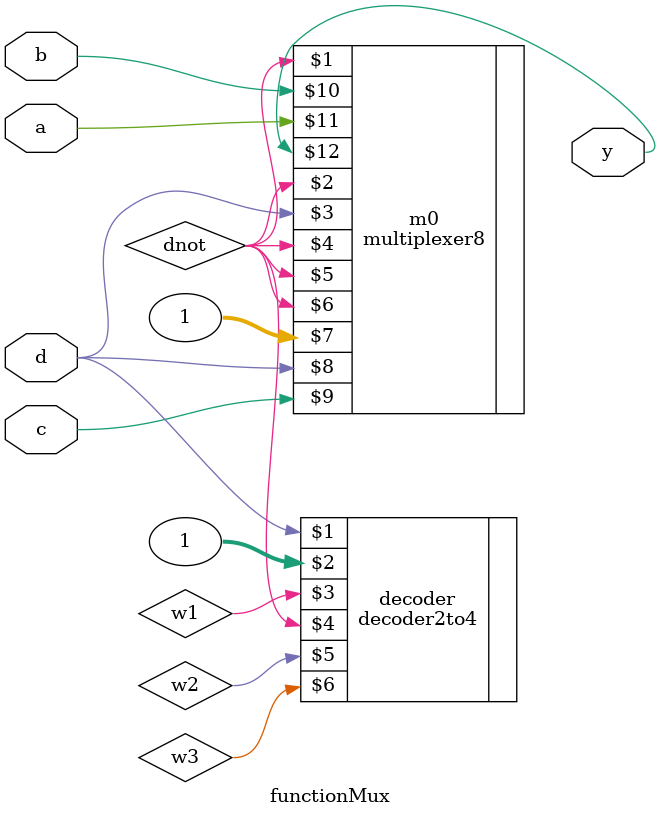
<source format=sv>
`timescale 1ns / 1ps


module functionMux(
input logic a,b,c,d,
output logic y);

wire dnot, w1, w2, w3;
//not n0 (dnot, d);
decoder2to4 decoder(d, 1, w1, dnot,w2,w3);
multiplexer8 m0 (dnot, dnot, d, dnot, dnot,dnot,1 ,d, c, b, a, y);

endmodule

</source>
